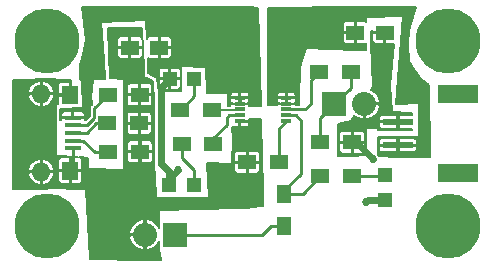
<source format=gtl>
G04 #@! TF.FileFunction,Copper,L1,Top,Signal*
%FSLAX46Y46*%
G04 Gerber Fmt 4.6, Leading zero omitted, Abs format (unit mm)*
G04 Created by KiCad (PCBNEW (2015-01-29 BZR 5396)-product) date 3/24/2015 8:40:59 PM*
%MOMM*%
G01*
G04 APERTURE LIST*
%ADD10C,0.100000*%
%ADD11R,1.500000X1.250000*%
%ADD12R,1.198880X1.198880*%
%ADD13R,2.032000X2.032000*%
%ADD14O,2.032000X2.032000*%
%ADD15R,2.600000X0.500000*%
%ADD16R,3.400000X1.500000*%
%ADD17R,1.500000X1.300000*%
%ADD18R,1.300000X1.500000*%
%ADD19R,0.950000X0.330000*%
%ADD20C,5.500000*%
%ADD21O,1.600000X1.600000*%
%ADD22R,1.350000X0.400000*%
%ADD23R,1.400000X1.600000*%
%ADD24C,0.686000*%
%ADD25C,0.152000*%
%ADD26C,0.254000*%
%ADD27C,0.610000*%
G04 APERTURE END LIST*
D10*
D11*
X90860000Y-76700000D03*
X88360000Y-76700000D03*
X107460000Y-75420000D03*
X109960000Y-75420000D03*
D12*
X91680980Y-88350000D03*
X93779020Y-88350000D03*
X91740980Y-79320000D03*
X93839020Y-79320000D03*
D13*
X92190000Y-92540000D03*
D14*
X89650000Y-92540000D03*
D15*
X111065000Y-84967500D03*
X111065000Y-82967500D03*
D16*
X116165000Y-87317500D03*
X116165000Y-80617500D03*
D17*
X104490000Y-87560000D03*
X107190000Y-87560000D03*
X95450000Y-84840000D03*
X92750000Y-84840000D03*
X95330000Y-81990000D03*
X92630000Y-81990000D03*
D18*
X101460000Y-91760000D03*
X101460000Y-89060000D03*
D17*
X101000000Y-86400000D03*
X98300000Y-86400000D03*
X89190000Y-80690000D03*
X86490000Y-80690000D03*
X89170000Y-83120000D03*
X86470000Y-83120000D03*
X89220000Y-85520000D03*
X86520000Y-85520000D03*
D19*
X97670000Y-80935000D03*
X97670000Y-81435000D03*
X97670000Y-81935000D03*
X97670000Y-82435000D03*
X97670000Y-82935000D03*
X101620000Y-82935000D03*
X101620000Y-82435000D03*
X101620000Y-81935000D03*
X101620000Y-81435000D03*
X101620000Y-80935000D03*
D12*
X109970000Y-89589020D03*
X109970000Y-87490980D03*
D20*
X115315000Y-76135000D03*
X115315000Y-91795000D03*
X81335000Y-76135000D03*
X81335000Y-91785000D03*
D17*
X104350000Y-78740000D03*
X107050000Y-78740000D03*
X104490000Y-84710000D03*
X107190000Y-84710000D03*
D13*
X105690000Y-81460000D03*
D14*
X108230000Y-81460000D03*
D21*
X80865000Y-87215000D03*
X80865000Y-80615000D03*
D22*
X83540000Y-85215000D03*
X83540000Y-84565000D03*
X83540000Y-83915000D03*
X83540000Y-83265000D03*
X83540000Y-82615000D03*
D23*
X83315000Y-80715000D03*
X83315000Y-87115000D03*
D24*
X107990000Y-83200000D03*
X110080000Y-81880000D03*
X109900000Y-80420000D03*
X110050000Y-78820000D03*
X109350000Y-77140000D03*
X89020000Y-79020000D03*
X87400000Y-78540000D03*
X97540000Y-84230000D03*
X99030000Y-84670000D03*
X96010000Y-89460000D03*
X92350000Y-89950000D03*
X89230000Y-89730000D03*
X87710000Y-91630000D03*
X87400000Y-94030000D03*
X85570000Y-93080000D03*
X85380000Y-90260000D03*
X87100000Y-89190000D03*
X89000000Y-87630000D03*
X86790000Y-87630000D03*
X85180000Y-88450000D03*
X79340000Y-88190000D03*
X79170000Y-81920000D03*
X81380000Y-82140000D03*
X81380000Y-84160000D03*
X79130000Y-84120000D03*
X78940000Y-86030000D03*
X81470000Y-85860000D03*
X108940000Y-86160000D03*
X99020000Y-88050000D03*
X113320000Y-84990000D03*
X113300000Y-82670000D03*
X113140000Y-80390000D03*
X111640000Y-80830000D03*
X111700000Y-78740000D03*
X111920000Y-73680000D03*
X107800000Y-73780000D03*
X105540000Y-74140000D03*
X103970000Y-74180000D03*
X102150000Y-75130000D03*
X100700000Y-74070000D03*
X100580000Y-77080000D03*
X100700000Y-79590000D03*
X102180000Y-79590000D03*
X102300000Y-77000000D03*
X103940000Y-76120000D03*
X105840000Y-76120000D03*
X84760000Y-79830000D03*
X85690000Y-78840000D03*
X85310000Y-76430000D03*
X84960000Y-74460000D03*
X86820000Y-73810000D03*
X88830000Y-73810000D03*
X91320000Y-73870000D03*
X93600000Y-75610000D03*
X93510000Y-73820000D03*
X95280000Y-73840000D03*
X95400000Y-75820000D03*
X97220000Y-77850000D03*
X97160000Y-75830000D03*
X96930000Y-73760000D03*
X98720000Y-73810000D03*
X98800000Y-75770000D03*
X98890000Y-77820000D03*
X98940000Y-79840000D03*
X97480000Y-79840000D03*
X95660000Y-79870000D03*
X95600000Y-77890000D03*
X93820000Y-77660000D03*
X92600000Y-76700000D03*
X92480000Y-87030000D03*
X108350000Y-89730000D03*
D25*
X109960000Y-75420000D02*
X109960000Y-76530000D01*
X108760000Y-83200000D02*
X107990000Y-83200000D01*
X110080000Y-81880000D02*
X108760000Y-83200000D01*
X109940000Y-80380000D02*
X109900000Y-80420000D01*
X109940000Y-78930000D02*
X109940000Y-80380000D01*
X110050000Y-78820000D02*
X109940000Y-78930000D01*
X109960000Y-76530000D02*
X109350000Y-77140000D01*
X88360000Y-76700000D02*
X88360000Y-77580000D01*
X88360000Y-77580000D02*
X87400000Y-78540000D01*
X98300000Y-86400000D02*
X98300000Y-85400000D01*
X97550000Y-84230000D02*
X97550000Y-84220000D01*
X97540000Y-84230000D02*
X97550000Y-84230000D01*
X98300000Y-85400000D02*
X99030000Y-84670000D01*
X95590000Y-89880000D02*
X96010000Y-89460000D01*
X92420000Y-89880000D02*
X95590000Y-89880000D01*
X92350000Y-89950000D02*
X92420000Y-89880000D01*
X89230000Y-90110000D02*
X89230000Y-89730000D01*
X87710000Y-91630000D02*
X89230000Y-90110000D01*
X86520000Y-94030000D02*
X87400000Y-94030000D01*
X85570000Y-93080000D02*
X86520000Y-94030000D01*
X86030000Y-90260000D02*
X85380000Y-90260000D01*
X87100000Y-89190000D02*
X86030000Y-90260000D01*
X86790000Y-87630000D02*
X89000000Y-87630000D01*
X79600000Y-88450000D02*
X85180000Y-88450000D01*
X79340000Y-88190000D02*
X79600000Y-88450000D01*
X79170000Y-81920000D02*
X79390000Y-82140000D01*
X79390000Y-82140000D02*
X81380000Y-82140000D01*
X81380000Y-84160000D02*
X81340000Y-84120000D01*
X81340000Y-84120000D02*
X79130000Y-84120000D01*
X78940000Y-86030000D02*
X79210000Y-85760000D01*
X79210000Y-85760000D02*
X81370000Y-85760000D01*
X81370000Y-85760000D02*
X81470000Y-85860000D01*
D26*
X83215000Y-80615000D02*
X83315000Y-80715000D01*
X83540000Y-85215000D02*
X83540000Y-86890000D01*
X83540000Y-86890000D02*
X83315000Y-87115000D01*
D27*
X107190000Y-84710000D02*
X107340000Y-84710000D01*
X99020000Y-88050000D02*
X99040000Y-88050000D01*
X107490000Y-84710000D02*
X108940000Y-86160000D01*
X107190000Y-84710000D02*
X107490000Y-84710000D01*
D26*
X93779020Y-87099020D02*
X92750000Y-86070000D01*
X92750000Y-86070000D02*
X92750000Y-84840000D01*
X93779020Y-88350000D02*
X93779020Y-87099020D01*
X92630000Y-81990000D02*
X92660000Y-81990000D01*
X92660000Y-81990000D02*
X93839020Y-80810980D01*
X93839020Y-80810980D02*
X93839020Y-79320000D01*
X99560000Y-92540000D02*
X100340000Y-91760000D01*
X100340000Y-91760000D02*
X101460000Y-91760000D01*
X92190000Y-92540000D02*
X99560000Y-92540000D01*
X102990000Y-89060000D02*
X104490000Y-87560000D01*
X101460000Y-89060000D02*
X102990000Y-89060000D01*
X102860000Y-87380000D02*
X102860000Y-82870000D01*
X102860000Y-82870000D02*
X102425000Y-82435000D01*
X102425000Y-82435000D02*
X101620000Y-82435000D01*
X101460000Y-88780000D02*
X102860000Y-87380000D01*
X101460000Y-89060000D02*
X101460000Y-88780000D01*
X109900980Y-87560000D02*
X109970000Y-87490980D01*
X107190000Y-87560000D02*
X109900980Y-87560000D01*
X95450000Y-84840000D02*
X95450000Y-84330000D01*
X95450000Y-84330000D02*
X96570000Y-83210000D01*
X96765000Y-82435000D02*
X97670000Y-82435000D01*
X96570000Y-82630000D02*
X96765000Y-82435000D01*
X96570000Y-83210000D02*
X96570000Y-82630000D01*
D25*
X95450000Y-84840000D02*
X95450000Y-84450000D01*
X95330000Y-81990000D02*
X97615000Y-81990000D01*
X97615000Y-81990000D02*
X97670000Y-81935000D01*
D26*
X101000000Y-83555000D02*
X101620000Y-82935000D01*
X101000000Y-86400000D02*
X101000000Y-83555000D01*
X84755000Y-83265000D02*
X85360000Y-82660000D01*
X85360000Y-82660000D02*
X85360000Y-81820000D01*
X85360000Y-81820000D02*
X86490000Y-80690000D01*
X83540000Y-83265000D02*
X84755000Y-83265000D01*
X83540000Y-83915000D02*
X84705000Y-83915000D01*
X85500000Y-83120000D02*
X86470000Y-83120000D01*
X84705000Y-83915000D02*
X85500000Y-83120000D01*
X83540000Y-84565000D02*
X84425000Y-84565000D01*
X85380000Y-85520000D02*
X86520000Y-85520000D01*
X84425000Y-84565000D02*
X85380000Y-85520000D01*
X101620000Y-81935000D02*
X103185000Y-81935000D01*
X103680000Y-79410000D02*
X104350000Y-78740000D01*
X103680000Y-81440000D02*
X103680000Y-79410000D01*
X103185000Y-81935000D02*
X103680000Y-81440000D01*
D25*
X107460000Y-75420000D02*
X106540000Y-75420000D01*
X113320000Y-82690000D02*
X113320000Y-84990000D01*
X113300000Y-82670000D02*
X113320000Y-82690000D01*
X112080000Y-80390000D02*
X113140000Y-80390000D01*
X111640000Y-80830000D02*
X112080000Y-80390000D01*
X111700000Y-73900000D02*
X111700000Y-78740000D01*
X111920000Y-73680000D02*
X111700000Y-73900000D01*
X105900000Y-73780000D02*
X107800000Y-73780000D01*
X105540000Y-74140000D02*
X105900000Y-73780000D01*
X103100000Y-74180000D02*
X103970000Y-74180000D01*
X102150000Y-75130000D02*
X103100000Y-74180000D01*
X100700000Y-76960000D02*
X100700000Y-74070000D01*
X100580000Y-77080000D02*
X100700000Y-76960000D01*
X102180000Y-79590000D02*
X100700000Y-79590000D01*
X103060000Y-77000000D02*
X102300000Y-77000000D01*
X103940000Y-76120000D02*
X103060000Y-77000000D01*
X106540000Y-75420000D02*
X105840000Y-76120000D01*
D26*
X101620000Y-81435000D02*
X101620000Y-80935000D01*
D25*
X90860000Y-76700000D02*
X92600000Y-76700000D01*
X84760000Y-79770000D02*
X84760000Y-79830000D01*
X85690000Y-78840000D02*
X84760000Y-79770000D01*
X85310000Y-74810000D02*
X85310000Y-76430000D01*
X84960000Y-74460000D02*
X85310000Y-74810000D01*
X88830000Y-73810000D02*
X86820000Y-73810000D01*
X91860000Y-73870000D02*
X91320000Y-73870000D01*
X93600000Y-75610000D02*
X91860000Y-73870000D01*
X95260000Y-73820000D02*
X93510000Y-73820000D01*
X95280000Y-73840000D02*
X95260000Y-73820000D01*
X95400000Y-76030000D02*
X95400000Y-75820000D01*
X97220000Y-77850000D02*
X95400000Y-76030000D01*
X97160000Y-73990000D02*
X97160000Y-75830000D01*
X96930000Y-73760000D02*
X97160000Y-73990000D01*
X98720000Y-75690000D02*
X98720000Y-73810000D01*
X98800000Y-75770000D02*
X98720000Y-75690000D01*
X98890000Y-79790000D02*
X98890000Y-77820000D01*
X98940000Y-79840000D02*
X98890000Y-79790000D01*
X95690000Y-79840000D02*
X97480000Y-79840000D01*
X95660000Y-79870000D02*
X95690000Y-79840000D01*
X94050000Y-77890000D02*
X95600000Y-77890000D01*
X93820000Y-77660000D02*
X94050000Y-77890000D01*
D27*
X91680980Y-88350000D02*
X91680980Y-87170980D01*
X91030000Y-80030980D02*
X91740980Y-79320000D01*
X91030000Y-86520000D02*
X91030000Y-80030980D01*
X91680980Y-87170980D02*
X91030000Y-86520000D01*
D26*
X91310000Y-87979020D02*
X91680980Y-88350000D01*
X97670000Y-80935000D02*
X97670000Y-81435000D01*
D27*
X108350000Y-89730000D02*
X108490980Y-89589020D01*
X108490980Y-89589020D02*
X109970000Y-89589020D01*
X91680980Y-87829020D02*
X92480000Y-87030000D01*
X91680980Y-88350000D02*
X91680980Y-87829020D01*
D26*
X104490000Y-84710000D02*
X104490000Y-82660000D01*
X104490000Y-82660000D02*
X105690000Y-81460000D01*
X107050000Y-78740000D02*
X107050000Y-80100000D01*
X107050000Y-80100000D02*
X105690000Y-81460000D01*
D25*
G36*
X99632567Y-90110819D02*
X99380000Y-90134114D01*
X99380000Y-87115641D01*
X99380000Y-86984359D01*
X99380000Y-86533500D01*
X99380000Y-86266500D01*
X99380000Y-85815641D01*
X99380000Y-85684359D01*
X99329760Y-85563070D01*
X99236930Y-85470239D01*
X99115641Y-85420000D01*
X98475000Y-85420000D01*
X98475000Y-83165641D01*
X98475000Y-83068500D01*
X98392500Y-82986000D01*
X97721000Y-82986000D01*
X97721000Y-83347500D01*
X97803500Y-83430000D01*
X98210641Y-83430000D01*
X98331930Y-83379761D01*
X98424760Y-83286930D01*
X98475000Y-83165641D01*
X98475000Y-85420000D01*
X98433500Y-85420000D01*
X98351000Y-85502500D01*
X98351000Y-86349000D01*
X99297500Y-86349000D01*
X99380000Y-86266500D01*
X99380000Y-86533500D01*
X99297500Y-86451000D01*
X98351000Y-86451000D01*
X98351000Y-87297500D01*
X98433500Y-87380000D01*
X99115641Y-87380000D01*
X99236930Y-87329761D01*
X99329760Y-87236930D01*
X99380000Y-87115641D01*
X99380000Y-90134114D01*
X98249000Y-90238429D01*
X98249000Y-87297500D01*
X98249000Y-86451000D01*
X98249000Y-86349000D01*
X98249000Y-85502500D01*
X98166500Y-85420000D01*
X97484359Y-85420000D01*
X97363070Y-85470239D01*
X97270240Y-85563070D01*
X97220000Y-85684359D01*
X97220000Y-85815641D01*
X97220000Y-86266500D01*
X97302500Y-86349000D01*
X98249000Y-86349000D01*
X98249000Y-86451000D01*
X97302500Y-86451000D01*
X97220000Y-86533500D01*
X97220000Y-86984359D01*
X97220000Y-87115641D01*
X97270240Y-87236930D01*
X97363070Y-87329761D01*
X97484359Y-87380000D01*
X98166500Y-87380000D01*
X98249000Y-87297500D01*
X98249000Y-90238429D01*
X97645544Y-90294088D01*
X90800087Y-90467275D01*
X90828304Y-91934592D01*
X90770186Y-91793735D01*
X90399334Y-91421864D01*
X90300000Y-91380558D01*
X90300000Y-86235641D01*
X90300000Y-86104359D01*
X90300000Y-85653500D01*
X90300000Y-85386500D01*
X90300000Y-84935641D01*
X90300000Y-84804359D01*
X90270000Y-84731933D01*
X90270000Y-81405641D01*
X90270000Y-81274359D01*
X90270000Y-80823500D01*
X90270000Y-80556500D01*
X90270000Y-80105641D01*
X90270000Y-79974359D01*
X90219760Y-79853070D01*
X90126930Y-79760239D01*
X90005641Y-79710000D01*
X89440000Y-79710000D01*
X89440000Y-77390641D01*
X89440000Y-77259359D01*
X89440000Y-76833500D01*
X89357500Y-76751000D01*
X88411000Y-76751000D01*
X88411000Y-77572500D01*
X88493500Y-77655000D01*
X89175641Y-77655000D01*
X89296930Y-77604761D01*
X89389760Y-77511930D01*
X89440000Y-77390641D01*
X89440000Y-79710000D01*
X89323500Y-79710000D01*
X89241000Y-79792500D01*
X89241000Y-80639000D01*
X90187500Y-80639000D01*
X90270000Y-80556500D01*
X90270000Y-80823500D01*
X90187500Y-80741000D01*
X89241000Y-80741000D01*
X89241000Y-81587500D01*
X89323500Y-81670000D01*
X90005641Y-81670000D01*
X90126930Y-81619761D01*
X90219760Y-81526930D01*
X90270000Y-81405641D01*
X90270000Y-84731933D01*
X90250000Y-84683649D01*
X90250000Y-83835641D01*
X90250000Y-83704359D01*
X90250000Y-83253500D01*
X90250000Y-82986500D01*
X90250000Y-82535641D01*
X90250000Y-82404359D01*
X90199760Y-82283070D01*
X90106930Y-82190239D01*
X89985641Y-82140000D01*
X89303500Y-82140000D01*
X89221000Y-82222500D01*
X89221000Y-83069000D01*
X90167500Y-83069000D01*
X90250000Y-82986500D01*
X90250000Y-83253500D01*
X90167500Y-83171000D01*
X89221000Y-83171000D01*
X89221000Y-84017500D01*
X89303500Y-84100000D01*
X89985641Y-84100000D01*
X90106930Y-84049761D01*
X90199760Y-83956930D01*
X90250000Y-83835641D01*
X90250000Y-84683649D01*
X90249760Y-84683070D01*
X90156930Y-84590239D01*
X90035641Y-84540000D01*
X89353500Y-84540000D01*
X89271000Y-84622500D01*
X89271000Y-85469000D01*
X90217500Y-85469000D01*
X90300000Y-85386500D01*
X90300000Y-85653500D01*
X90217500Y-85571000D01*
X89271000Y-85571000D01*
X89271000Y-86417500D01*
X89353500Y-86500000D01*
X90035641Y-86500000D01*
X90156930Y-86449761D01*
X90249760Y-86356930D01*
X90300000Y-86235641D01*
X90300000Y-91380558D01*
X89914402Y-91220219D01*
X89910782Y-91219505D01*
X89701000Y-91277530D01*
X89701000Y-92489000D01*
X89721000Y-92489000D01*
X89721000Y-92591000D01*
X89701000Y-92591000D01*
X89701000Y-93802470D01*
X89910782Y-93860495D01*
X89914402Y-93859781D01*
X90399334Y-93658136D01*
X90770186Y-93286265D01*
X90850552Y-93091486D01*
X90864107Y-93796296D01*
X90990947Y-94657000D01*
X90212296Y-94657000D01*
X89599000Y-94652053D01*
X89599000Y-93802470D01*
X89599000Y-92591000D01*
X89599000Y-92489000D01*
X89599000Y-91277530D01*
X89389218Y-91219505D01*
X89385598Y-91220219D01*
X89169000Y-91310285D01*
X89169000Y-86417500D01*
X89169000Y-85571000D01*
X89169000Y-85469000D01*
X89169000Y-84622500D01*
X89139000Y-84592500D01*
X89139000Y-81587500D01*
X89139000Y-80741000D01*
X89139000Y-80639000D01*
X89139000Y-79792500D01*
X89056500Y-79710000D01*
X88374359Y-79710000D01*
X88309000Y-79737072D01*
X88309000Y-77572500D01*
X88309000Y-76751000D01*
X88309000Y-76649000D01*
X88309000Y-75827500D01*
X88226500Y-75745000D01*
X87544359Y-75745000D01*
X87423070Y-75795239D01*
X87330240Y-75888070D01*
X87280000Y-76009359D01*
X87280000Y-76140641D01*
X87280000Y-76566500D01*
X87362500Y-76649000D01*
X88309000Y-76649000D01*
X88309000Y-76751000D01*
X87362500Y-76751000D01*
X87280000Y-76833500D01*
X87280000Y-77259359D01*
X87280000Y-77390641D01*
X87330240Y-77511930D01*
X87423070Y-77604761D01*
X87544359Y-77655000D01*
X88226500Y-77655000D01*
X88309000Y-77572500D01*
X88309000Y-79737072D01*
X88253070Y-79760239D01*
X88160240Y-79853070D01*
X88110000Y-79974359D01*
X88110000Y-80105641D01*
X88110000Y-80556500D01*
X88192500Y-80639000D01*
X89139000Y-80639000D01*
X89139000Y-80741000D01*
X88192500Y-80741000D01*
X88110000Y-80823500D01*
X88110000Y-81274359D01*
X88110000Y-81405641D01*
X88160240Y-81526930D01*
X88253070Y-81619761D01*
X88374359Y-81670000D01*
X89056500Y-81670000D01*
X89139000Y-81587500D01*
X89139000Y-84592500D01*
X89119000Y-84572500D01*
X89119000Y-84017500D01*
X89119000Y-83171000D01*
X89119000Y-83069000D01*
X89119000Y-82222500D01*
X89036500Y-82140000D01*
X88354359Y-82140000D01*
X88233070Y-82190239D01*
X88140240Y-82283070D01*
X88090000Y-82404359D01*
X88090000Y-82535641D01*
X88090000Y-82986500D01*
X88172500Y-83069000D01*
X89119000Y-83069000D01*
X89119000Y-83171000D01*
X88172500Y-83171000D01*
X88090000Y-83253500D01*
X88090000Y-83704359D01*
X88090000Y-83835641D01*
X88140240Y-83956930D01*
X88233070Y-84049761D01*
X88354359Y-84100000D01*
X89036500Y-84100000D01*
X89119000Y-84017500D01*
X89119000Y-84572500D01*
X89086500Y-84540000D01*
X88404359Y-84540000D01*
X88283070Y-84590239D01*
X88190240Y-84683070D01*
X88140000Y-84804359D01*
X88140000Y-84935641D01*
X88140000Y-85386500D01*
X88222500Y-85469000D01*
X89169000Y-85469000D01*
X89169000Y-85571000D01*
X88222500Y-85571000D01*
X88140000Y-85653500D01*
X88140000Y-86104359D01*
X88140000Y-86235641D01*
X88190240Y-86356930D01*
X88283070Y-86449761D01*
X88404359Y-86500000D01*
X89086500Y-86500000D01*
X89169000Y-86417500D01*
X89169000Y-91310285D01*
X88900666Y-91421864D01*
X88529814Y-91793735D01*
X88329500Y-92279218D01*
X88387462Y-92489000D01*
X89599000Y-92489000D01*
X89599000Y-92591000D01*
X88387462Y-92591000D01*
X88329500Y-92800782D01*
X88529814Y-93286265D01*
X88900666Y-93658136D01*
X89385598Y-93859781D01*
X89389218Y-93860495D01*
X89599000Y-93802470D01*
X89599000Y-94652053D01*
X84952535Y-94614582D01*
X84672595Y-88665852D01*
X84345000Y-88657379D01*
X84345000Y-87980641D01*
X84345000Y-87248500D01*
X84262500Y-87166000D01*
X83366000Y-87166000D01*
X83366000Y-88162500D01*
X83448500Y-88245000D01*
X83949359Y-88245000D01*
X84080641Y-88245000D01*
X84201930Y-88194760D01*
X84294761Y-88101930D01*
X84345000Y-87980641D01*
X84345000Y-88657379D01*
X83264000Y-88629422D01*
X83264000Y-88162500D01*
X83264000Y-87166000D01*
X83264000Y-87064000D01*
X83264000Y-86067500D01*
X83181500Y-85985000D01*
X82680641Y-85985000D01*
X82549359Y-85985000D01*
X82428070Y-86035240D01*
X82335239Y-86128070D01*
X82285000Y-86249359D01*
X82285000Y-86981500D01*
X82367500Y-87064000D01*
X83264000Y-87064000D01*
X83264000Y-87166000D01*
X82367500Y-87166000D01*
X82285000Y-87248500D01*
X82285000Y-87980641D01*
X82335239Y-88101930D01*
X82428070Y-88194760D01*
X82549359Y-88245000D01*
X82680641Y-88245000D01*
X83181500Y-88245000D01*
X83264000Y-88162500D01*
X83264000Y-88629422D01*
X82649860Y-88613540D01*
X81971978Y-88625338D01*
X81971978Y-87441964D01*
X81971978Y-86988036D01*
X81971978Y-80841964D01*
X81971978Y-80388036D01*
X81800859Y-79981690D01*
X81487264Y-79671760D01*
X81091963Y-79508027D01*
X80916000Y-79568742D01*
X80916000Y-80564000D01*
X81911354Y-80564000D01*
X81971978Y-80388036D01*
X81971978Y-80841964D01*
X81911354Y-80666000D01*
X80916000Y-80666000D01*
X80916000Y-81661258D01*
X81091963Y-81721973D01*
X81487264Y-81558240D01*
X81800859Y-81248310D01*
X81971978Y-80841964D01*
X81971978Y-86988036D01*
X81800859Y-86581690D01*
X81487264Y-86271760D01*
X81091963Y-86108027D01*
X80916000Y-86168742D01*
X80916000Y-87164000D01*
X81911354Y-87164000D01*
X81971978Y-86988036D01*
X81971978Y-87441964D01*
X81911354Y-87266000D01*
X80916000Y-87266000D01*
X80916000Y-88261258D01*
X81091963Y-88321973D01*
X81487264Y-88158240D01*
X81800859Y-87848310D01*
X81971978Y-87441964D01*
X81971978Y-88625338D01*
X80814000Y-88645492D01*
X80814000Y-88261258D01*
X80814000Y-87266000D01*
X80814000Y-87164000D01*
X80814000Y-86168742D01*
X80814000Y-81661258D01*
X80814000Y-80666000D01*
X80814000Y-80564000D01*
X80814000Y-79568742D01*
X80638037Y-79508027D01*
X80242736Y-79671760D01*
X79929141Y-79981690D01*
X79758022Y-80388036D01*
X79818646Y-80564000D01*
X80814000Y-80564000D01*
X80814000Y-80666000D01*
X79818646Y-80666000D01*
X79758022Y-80841964D01*
X79929141Y-81248310D01*
X80242736Y-81558240D01*
X80638037Y-81721973D01*
X80814000Y-81661258D01*
X80814000Y-86168742D01*
X80638037Y-86108027D01*
X80242736Y-86271760D01*
X79929141Y-86581690D01*
X79758022Y-86988036D01*
X79818646Y-87164000D01*
X80814000Y-87164000D01*
X80814000Y-87266000D01*
X79818646Y-87266000D01*
X79758022Y-87441964D01*
X79929141Y-87848310D01*
X80242736Y-88158240D01*
X80638037Y-88321973D01*
X80814000Y-88261258D01*
X80814000Y-88645492D01*
X78443000Y-88686760D01*
X78443000Y-80635972D01*
X78450526Y-79459423D01*
X82088760Y-79382626D01*
X82088628Y-79425427D01*
X83417598Y-79435456D01*
X83426008Y-79607491D01*
X83366000Y-79667500D01*
X83366000Y-80664000D01*
X83386000Y-80664000D01*
X83386000Y-80766000D01*
X83366000Y-80766000D01*
X83366000Y-80786000D01*
X83264000Y-80786000D01*
X83264000Y-80766000D01*
X83264000Y-80664000D01*
X83264000Y-79667500D01*
X83181500Y-79585000D01*
X82680641Y-79585000D01*
X82549359Y-79585000D01*
X82428070Y-79635240D01*
X82335239Y-79728070D01*
X82285000Y-79849359D01*
X82285000Y-80581500D01*
X82367500Y-80664000D01*
X83264000Y-80664000D01*
X83264000Y-80766000D01*
X82367500Y-80766000D01*
X82285000Y-80848500D01*
X82285000Y-81497372D01*
X82102274Y-81492287D01*
X82078609Y-85897052D01*
X83974426Y-85985000D01*
X83949359Y-85985000D01*
X83448500Y-85985000D01*
X83366000Y-86067500D01*
X83366000Y-87064000D01*
X84262500Y-87064000D01*
X84345000Y-86981500D01*
X84345000Y-86249359D01*
X84294761Y-86128070D01*
X84201930Y-86035240D01*
X84094036Y-85990548D01*
X84787761Y-86022731D01*
X84837831Y-86964051D01*
X87906627Y-87048128D01*
X87845474Y-79393848D01*
X86702870Y-79233483D01*
X86499729Y-75035219D01*
X89397029Y-75006721D01*
X89437141Y-76002458D01*
X89389760Y-75888070D01*
X89296930Y-75795239D01*
X89175641Y-75745000D01*
X88493500Y-75745000D01*
X88411000Y-75827500D01*
X88411000Y-76649000D01*
X89357500Y-76649000D01*
X89440000Y-76566500D01*
X89440000Y-76140641D01*
X89440000Y-76073409D01*
X89565880Y-79198187D01*
X90296704Y-79558593D01*
X90403767Y-81394773D01*
X90414009Y-86775008D01*
X90504130Y-87465932D01*
X90555971Y-89432877D01*
X95059421Y-89446236D01*
X94929479Y-86487542D01*
X97003542Y-86527428D01*
X97074015Y-84342746D01*
X97012405Y-83381556D01*
X97129359Y-83430000D01*
X97536500Y-83430000D01*
X97619000Y-83347500D01*
X97619000Y-82986000D01*
X97599000Y-82986000D01*
X97599000Y-82884000D01*
X97619000Y-82884000D01*
X97619000Y-82864000D01*
X97721000Y-82864000D01*
X97721000Y-82884000D01*
X98392500Y-82884000D01*
X98475000Y-82801500D01*
X98475000Y-82742050D01*
X99436260Y-82745719D01*
X99486234Y-84394404D01*
X99515517Y-84394857D01*
X99632567Y-90110819D01*
X99632567Y-90110819D01*
G37*
X99632567Y-90110819D02*
X99380000Y-90134114D01*
X99380000Y-87115641D01*
X99380000Y-86984359D01*
X99380000Y-86533500D01*
X99380000Y-86266500D01*
X99380000Y-85815641D01*
X99380000Y-85684359D01*
X99329760Y-85563070D01*
X99236930Y-85470239D01*
X99115641Y-85420000D01*
X98475000Y-85420000D01*
X98475000Y-83165641D01*
X98475000Y-83068500D01*
X98392500Y-82986000D01*
X97721000Y-82986000D01*
X97721000Y-83347500D01*
X97803500Y-83430000D01*
X98210641Y-83430000D01*
X98331930Y-83379761D01*
X98424760Y-83286930D01*
X98475000Y-83165641D01*
X98475000Y-85420000D01*
X98433500Y-85420000D01*
X98351000Y-85502500D01*
X98351000Y-86349000D01*
X99297500Y-86349000D01*
X99380000Y-86266500D01*
X99380000Y-86533500D01*
X99297500Y-86451000D01*
X98351000Y-86451000D01*
X98351000Y-87297500D01*
X98433500Y-87380000D01*
X99115641Y-87380000D01*
X99236930Y-87329761D01*
X99329760Y-87236930D01*
X99380000Y-87115641D01*
X99380000Y-90134114D01*
X98249000Y-90238429D01*
X98249000Y-87297500D01*
X98249000Y-86451000D01*
X98249000Y-86349000D01*
X98249000Y-85502500D01*
X98166500Y-85420000D01*
X97484359Y-85420000D01*
X97363070Y-85470239D01*
X97270240Y-85563070D01*
X97220000Y-85684359D01*
X97220000Y-85815641D01*
X97220000Y-86266500D01*
X97302500Y-86349000D01*
X98249000Y-86349000D01*
X98249000Y-86451000D01*
X97302500Y-86451000D01*
X97220000Y-86533500D01*
X97220000Y-86984359D01*
X97220000Y-87115641D01*
X97270240Y-87236930D01*
X97363070Y-87329761D01*
X97484359Y-87380000D01*
X98166500Y-87380000D01*
X98249000Y-87297500D01*
X98249000Y-90238429D01*
X97645544Y-90294088D01*
X90800087Y-90467275D01*
X90828304Y-91934592D01*
X90770186Y-91793735D01*
X90399334Y-91421864D01*
X90300000Y-91380558D01*
X90300000Y-86235641D01*
X90300000Y-86104359D01*
X90300000Y-85653500D01*
X90300000Y-85386500D01*
X90300000Y-84935641D01*
X90300000Y-84804359D01*
X90270000Y-84731933D01*
X90270000Y-81405641D01*
X90270000Y-81274359D01*
X90270000Y-80823500D01*
X90270000Y-80556500D01*
X90270000Y-80105641D01*
X90270000Y-79974359D01*
X90219760Y-79853070D01*
X90126930Y-79760239D01*
X90005641Y-79710000D01*
X89440000Y-79710000D01*
X89440000Y-77390641D01*
X89440000Y-77259359D01*
X89440000Y-76833500D01*
X89357500Y-76751000D01*
X88411000Y-76751000D01*
X88411000Y-77572500D01*
X88493500Y-77655000D01*
X89175641Y-77655000D01*
X89296930Y-77604761D01*
X89389760Y-77511930D01*
X89440000Y-77390641D01*
X89440000Y-79710000D01*
X89323500Y-79710000D01*
X89241000Y-79792500D01*
X89241000Y-80639000D01*
X90187500Y-80639000D01*
X90270000Y-80556500D01*
X90270000Y-80823500D01*
X90187500Y-80741000D01*
X89241000Y-80741000D01*
X89241000Y-81587500D01*
X89323500Y-81670000D01*
X90005641Y-81670000D01*
X90126930Y-81619761D01*
X90219760Y-81526930D01*
X90270000Y-81405641D01*
X90270000Y-84731933D01*
X90250000Y-84683649D01*
X90250000Y-83835641D01*
X90250000Y-83704359D01*
X90250000Y-83253500D01*
X90250000Y-82986500D01*
X90250000Y-82535641D01*
X90250000Y-82404359D01*
X90199760Y-82283070D01*
X90106930Y-82190239D01*
X89985641Y-82140000D01*
X89303500Y-82140000D01*
X89221000Y-82222500D01*
X89221000Y-83069000D01*
X90167500Y-83069000D01*
X90250000Y-82986500D01*
X90250000Y-83253500D01*
X90167500Y-83171000D01*
X89221000Y-83171000D01*
X89221000Y-84017500D01*
X89303500Y-84100000D01*
X89985641Y-84100000D01*
X90106930Y-84049761D01*
X90199760Y-83956930D01*
X90250000Y-83835641D01*
X90250000Y-84683649D01*
X90249760Y-84683070D01*
X90156930Y-84590239D01*
X90035641Y-84540000D01*
X89353500Y-84540000D01*
X89271000Y-84622500D01*
X89271000Y-85469000D01*
X90217500Y-85469000D01*
X90300000Y-85386500D01*
X90300000Y-85653500D01*
X90217500Y-85571000D01*
X89271000Y-85571000D01*
X89271000Y-86417500D01*
X89353500Y-86500000D01*
X90035641Y-86500000D01*
X90156930Y-86449761D01*
X90249760Y-86356930D01*
X90300000Y-86235641D01*
X90300000Y-91380558D01*
X89914402Y-91220219D01*
X89910782Y-91219505D01*
X89701000Y-91277530D01*
X89701000Y-92489000D01*
X89721000Y-92489000D01*
X89721000Y-92591000D01*
X89701000Y-92591000D01*
X89701000Y-93802470D01*
X89910782Y-93860495D01*
X89914402Y-93859781D01*
X90399334Y-93658136D01*
X90770186Y-93286265D01*
X90850552Y-93091486D01*
X90864107Y-93796296D01*
X90990947Y-94657000D01*
X90212296Y-94657000D01*
X89599000Y-94652053D01*
X89599000Y-93802470D01*
X89599000Y-92591000D01*
X89599000Y-92489000D01*
X89599000Y-91277530D01*
X89389218Y-91219505D01*
X89385598Y-91220219D01*
X89169000Y-91310285D01*
X89169000Y-86417500D01*
X89169000Y-85571000D01*
X89169000Y-85469000D01*
X89169000Y-84622500D01*
X89139000Y-84592500D01*
X89139000Y-81587500D01*
X89139000Y-80741000D01*
X89139000Y-80639000D01*
X89139000Y-79792500D01*
X89056500Y-79710000D01*
X88374359Y-79710000D01*
X88309000Y-79737072D01*
X88309000Y-77572500D01*
X88309000Y-76751000D01*
X88309000Y-76649000D01*
X88309000Y-75827500D01*
X88226500Y-75745000D01*
X87544359Y-75745000D01*
X87423070Y-75795239D01*
X87330240Y-75888070D01*
X87280000Y-76009359D01*
X87280000Y-76140641D01*
X87280000Y-76566500D01*
X87362500Y-76649000D01*
X88309000Y-76649000D01*
X88309000Y-76751000D01*
X87362500Y-76751000D01*
X87280000Y-76833500D01*
X87280000Y-77259359D01*
X87280000Y-77390641D01*
X87330240Y-77511930D01*
X87423070Y-77604761D01*
X87544359Y-77655000D01*
X88226500Y-77655000D01*
X88309000Y-77572500D01*
X88309000Y-79737072D01*
X88253070Y-79760239D01*
X88160240Y-79853070D01*
X88110000Y-79974359D01*
X88110000Y-80105641D01*
X88110000Y-80556500D01*
X88192500Y-80639000D01*
X89139000Y-80639000D01*
X89139000Y-80741000D01*
X88192500Y-80741000D01*
X88110000Y-80823500D01*
X88110000Y-81274359D01*
X88110000Y-81405641D01*
X88160240Y-81526930D01*
X88253070Y-81619761D01*
X88374359Y-81670000D01*
X89056500Y-81670000D01*
X89139000Y-81587500D01*
X89139000Y-84592500D01*
X89119000Y-84572500D01*
X89119000Y-84017500D01*
X89119000Y-83171000D01*
X89119000Y-83069000D01*
X89119000Y-82222500D01*
X89036500Y-82140000D01*
X88354359Y-82140000D01*
X88233070Y-82190239D01*
X88140240Y-82283070D01*
X88090000Y-82404359D01*
X88090000Y-82535641D01*
X88090000Y-82986500D01*
X88172500Y-83069000D01*
X89119000Y-83069000D01*
X89119000Y-83171000D01*
X88172500Y-83171000D01*
X88090000Y-83253500D01*
X88090000Y-83704359D01*
X88090000Y-83835641D01*
X88140240Y-83956930D01*
X88233070Y-84049761D01*
X88354359Y-84100000D01*
X89036500Y-84100000D01*
X89119000Y-84017500D01*
X89119000Y-84572500D01*
X89086500Y-84540000D01*
X88404359Y-84540000D01*
X88283070Y-84590239D01*
X88190240Y-84683070D01*
X88140000Y-84804359D01*
X88140000Y-84935641D01*
X88140000Y-85386500D01*
X88222500Y-85469000D01*
X89169000Y-85469000D01*
X89169000Y-85571000D01*
X88222500Y-85571000D01*
X88140000Y-85653500D01*
X88140000Y-86104359D01*
X88140000Y-86235641D01*
X88190240Y-86356930D01*
X88283070Y-86449761D01*
X88404359Y-86500000D01*
X89086500Y-86500000D01*
X89169000Y-86417500D01*
X89169000Y-91310285D01*
X88900666Y-91421864D01*
X88529814Y-91793735D01*
X88329500Y-92279218D01*
X88387462Y-92489000D01*
X89599000Y-92489000D01*
X89599000Y-92591000D01*
X88387462Y-92591000D01*
X88329500Y-92800782D01*
X88529814Y-93286265D01*
X88900666Y-93658136D01*
X89385598Y-93859781D01*
X89389218Y-93860495D01*
X89599000Y-93802470D01*
X89599000Y-94652053D01*
X84952535Y-94614582D01*
X84672595Y-88665852D01*
X84345000Y-88657379D01*
X84345000Y-87980641D01*
X84345000Y-87248500D01*
X84262500Y-87166000D01*
X83366000Y-87166000D01*
X83366000Y-88162500D01*
X83448500Y-88245000D01*
X83949359Y-88245000D01*
X84080641Y-88245000D01*
X84201930Y-88194760D01*
X84294761Y-88101930D01*
X84345000Y-87980641D01*
X84345000Y-88657379D01*
X83264000Y-88629422D01*
X83264000Y-88162500D01*
X83264000Y-87166000D01*
X83264000Y-87064000D01*
X83264000Y-86067500D01*
X83181500Y-85985000D01*
X82680641Y-85985000D01*
X82549359Y-85985000D01*
X82428070Y-86035240D01*
X82335239Y-86128070D01*
X82285000Y-86249359D01*
X82285000Y-86981500D01*
X82367500Y-87064000D01*
X83264000Y-87064000D01*
X83264000Y-87166000D01*
X82367500Y-87166000D01*
X82285000Y-87248500D01*
X82285000Y-87980641D01*
X82335239Y-88101930D01*
X82428070Y-88194760D01*
X82549359Y-88245000D01*
X82680641Y-88245000D01*
X83181500Y-88245000D01*
X83264000Y-88162500D01*
X83264000Y-88629422D01*
X82649860Y-88613540D01*
X81971978Y-88625338D01*
X81971978Y-87441964D01*
X81971978Y-86988036D01*
X81971978Y-80841964D01*
X81971978Y-80388036D01*
X81800859Y-79981690D01*
X81487264Y-79671760D01*
X81091963Y-79508027D01*
X80916000Y-79568742D01*
X80916000Y-80564000D01*
X81911354Y-80564000D01*
X81971978Y-80388036D01*
X81971978Y-80841964D01*
X81911354Y-80666000D01*
X80916000Y-80666000D01*
X80916000Y-81661258D01*
X81091963Y-81721973D01*
X81487264Y-81558240D01*
X81800859Y-81248310D01*
X81971978Y-80841964D01*
X81971978Y-86988036D01*
X81800859Y-86581690D01*
X81487264Y-86271760D01*
X81091963Y-86108027D01*
X80916000Y-86168742D01*
X80916000Y-87164000D01*
X81911354Y-87164000D01*
X81971978Y-86988036D01*
X81971978Y-87441964D01*
X81911354Y-87266000D01*
X80916000Y-87266000D01*
X80916000Y-88261258D01*
X81091963Y-88321973D01*
X81487264Y-88158240D01*
X81800859Y-87848310D01*
X81971978Y-87441964D01*
X81971978Y-88625338D01*
X80814000Y-88645492D01*
X80814000Y-88261258D01*
X80814000Y-87266000D01*
X80814000Y-87164000D01*
X80814000Y-86168742D01*
X80814000Y-81661258D01*
X80814000Y-80666000D01*
X80814000Y-80564000D01*
X80814000Y-79568742D01*
X80638037Y-79508027D01*
X80242736Y-79671760D01*
X79929141Y-79981690D01*
X79758022Y-80388036D01*
X79818646Y-80564000D01*
X80814000Y-80564000D01*
X80814000Y-80666000D01*
X79818646Y-80666000D01*
X79758022Y-80841964D01*
X79929141Y-81248310D01*
X80242736Y-81558240D01*
X80638037Y-81721973D01*
X80814000Y-81661258D01*
X80814000Y-86168742D01*
X80638037Y-86108027D01*
X80242736Y-86271760D01*
X79929141Y-86581690D01*
X79758022Y-86988036D01*
X79818646Y-87164000D01*
X80814000Y-87164000D01*
X80814000Y-87266000D01*
X79818646Y-87266000D01*
X79758022Y-87441964D01*
X79929141Y-87848310D01*
X80242736Y-88158240D01*
X80638037Y-88321973D01*
X80814000Y-88261258D01*
X80814000Y-88645492D01*
X78443000Y-88686760D01*
X78443000Y-80635972D01*
X78450526Y-79459423D01*
X82088760Y-79382626D01*
X82088628Y-79425427D01*
X83417598Y-79435456D01*
X83426008Y-79607491D01*
X83366000Y-79667500D01*
X83366000Y-80664000D01*
X83386000Y-80664000D01*
X83386000Y-80766000D01*
X83366000Y-80766000D01*
X83366000Y-80786000D01*
X83264000Y-80786000D01*
X83264000Y-80766000D01*
X83264000Y-80664000D01*
X83264000Y-79667500D01*
X83181500Y-79585000D01*
X82680641Y-79585000D01*
X82549359Y-79585000D01*
X82428070Y-79635240D01*
X82335239Y-79728070D01*
X82285000Y-79849359D01*
X82285000Y-80581500D01*
X82367500Y-80664000D01*
X83264000Y-80664000D01*
X83264000Y-80766000D01*
X82367500Y-80766000D01*
X82285000Y-80848500D01*
X82285000Y-81497372D01*
X82102274Y-81492287D01*
X82078609Y-85897052D01*
X83974426Y-85985000D01*
X83949359Y-85985000D01*
X83448500Y-85985000D01*
X83366000Y-86067500D01*
X83366000Y-87064000D01*
X84262500Y-87064000D01*
X84345000Y-86981500D01*
X84345000Y-86249359D01*
X84294761Y-86128070D01*
X84201930Y-86035240D01*
X84094036Y-85990548D01*
X84787761Y-86022731D01*
X84837831Y-86964051D01*
X87906627Y-87048128D01*
X87845474Y-79393848D01*
X86702870Y-79233483D01*
X86499729Y-75035219D01*
X89397029Y-75006721D01*
X89437141Y-76002458D01*
X89389760Y-75888070D01*
X89296930Y-75795239D01*
X89175641Y-75745000D01*
X88493500Y-75745000D01*
X88411000Y-75827500D01*
X88411000Y-76649000D01*
X89357500Y-76649000D01*
X89440000Y-76566500D01*
X89440000Y-76140641D01*
X89440000Y-76073409D01*
X89565880Y-79198187D01*
X90296704Y-79558593D01*
X90403767Y-81394773D01*
X90414009Y-86775008D01*
X90504130Y-87465932D01*
X90555971Y-89432877D01*
X95059421Y-89446236D01*
X94929479Y-86487542D01*
X97003542Y-86527428D01*
X97074015Y-84342746D01*
X97012405Y-83381556D01*
X97129359Y-83430000D01*
X97536500Y-83430000D01*
X97619000Y-83347500D01*
X97619000Y-82986000D01*
X97599000Y-82986000D01*
X97599000Y-82884000D01*
X97619000Y-82884000D01*
X97619000Y-82864000D01*
X97721000Y-82864000D01*
X97721000Y-82884000D01*
X98392500Y-82884000D01*
X98475000Y-82801500D01*
X98475000Y-82742050D01*
X99436260Y-82745719D01*
X99486234Y-84394404D01*
X99515517Y-84394857D01*
X99632567Y-90110819D01*
G36*
X99461675Y-81605774D02*
X98475000Y-81628369D01*
X98475000Y-81568500D01*
X98475000Y-81301500D01*
X98475000Y-81204359D01*
X98466981Y-81185000D01*
X98475000Y-81165641D01*
X98475000Y-81068500D01*
X98475000Y-80801500D01*
X98475000Y-80704359D01*
X98424760Y-80583070D01*
X98331930Y-80490239D01*
X98210641Y-80440000D01*
X97803500Y-80440000D01*
X97721000Y-80522500D01*
X97721000Y-80884000D01*
X98392500Y-80884000D01*
X98475000Y-80801500D01*
X98475000Y-81068500D01*
X98392500Y-80986000D01*
X98321696Y-80986000D01*
X98210641Y-80940000D01*
X97803500Y-80940000D01*
X97757500Y-80986000D01*
X97721000Y-80986000D01*
X97721000Y-81022500D01*
X97721000Y-81347500D01*
X97721000Y-81384000D01*
X97757500Y-81384000D01*
X97803500Y-81430000D01*
X98210641Y-81430000D01*
X98321696Y-81384000D01*
X98392500Y-81384000D01*
X98475000Y-81301500D01*
X98475000Y-81568500D01*
X98392500Y-81486000D01*
X97721000Y-81486000D01*
X97721000Y-81506000D01*
X97619000Y-81506000D01*
X97619000Y-81486000D01*
X97619000Y-81384000D01*
X97619000Y-81347500D01*
X97619000Y-81022500D01*
X97619000Y-80986000D01*
X97619000Y-80884000D01*
X97619000Y-80522500D01*
X97536500Y-80440000D01*
X97129359Y-80440000D01*
X97008070Y-80490239D01*
X96915240Y-80583070D01*
X96865000Y-80704359D01*
X96865000Y-80801500D01*
X96947500Y-80884000D01*
X97619000Y-80884000D01*
X97619000Y-80986000D01*
X97582500Y-80986000D01*
X97536500Y-80940000D01*
X97129359Y-80940000D01*
X97018303Y-80986000D01*
X96947500Y-80986000D01*
X96865000Y-81068500D01*
X96865000Y-81165641D01*
X96873018Y-81185000D01*
X96865000Y-81204359D01*
X96865000Y-81301500D01*
X96947500Y-81384000D01*
X97018303Y-81384000D01*
X97129359Y-81430000D01*
X97536500Y-81430000D01*
X97582500Y-81384000D01*
X97619000Y-81384000D01*
X97619000Y-81486000D01*
X96947500Y-81486000D01*
X96865000Y-81568500D01*
X96865000Y-81634000D01*
X96646707Y-81634000D01*
X96656703Y-80554432D01*
X94884294Y-80544419D01*
X94834349Y-78356803D01*
X92671664Y-78273622D01*
X92673918Y-80374000D01*
X92670420Y-80374000D01*
X92670420Y-79985081D01*
X92670420Y-79853799D01*
X92670420Y-79453500D01*
X92670420Y-79186500D01*
X92670420Y-78786201D01*
X92670420Y-78654919D01*
X92620180Y-78533630D01*
X92527350Y-78440799D01*
X92406061Y-78390560D01*
X91940000Y-78390560D01*
X91940000Y-77390641D01*
X91940000Y-77259359D01*
X91940000Y-76833500D01*
X91940000Y-76566500D01*
X91940000Y-76140641D01*
X91940000Y-76009359D01*
X91889760Y-75888070D01*
X91796930Y-75795239D01*
X91675641Y-75745000D01*
X90993500Y-75745000D01*
X90911000Y-75827500D01*
X90911000Y-76649000D01*
X91857500Y-76649000D01*
X91940000Y-76566500D01*
X91940000Y-76833500D01*
X91857500Y-76751000D01*
X90911000Y-76751000D01*
X90911000Y-77572500D01*
X90993500Y-77655000D01*
X91675641Y-77655000D01*
X91796930Y-77604761D01*
X91889760Y-77511930D01*
X91940000Y-77390641D01*
X91940000Y-78390560D01*
X91874480Y-78390560D01*
X91791980Y-78473060D01*
X91791980Y-79269000D01*
X92587920Y-79269000D01*
X92670420Y-79186500D01*
X92670420Y-79453500D01*
X92587920Y-79371000D01*
X91791980Y-79371000D01*
X91791980Y-80166940D01*
X91874480Y-80249440D01*
X92406061Y-80249440D01*
X92527350Y-80199201D01*
X92620180Y-80106370D01*
X92670420Y-79985081D01*
X92670420Y-80374000D01*
X91689980Y-80374000D01*
X91689980Y-80166940D01*
X91689980Y-79371000D01*
X91689980Y-79269000D01*
X91689980Y-78473060D01*
X91607480Y-78390560D01*
X91075899Y-78390560D01*
X90954610Y-78440799D01*
X90861780Y-78533630D01*
X90811540Y-78654919D01*
X90811540Y-78786201D01*
X90811540Y-79186500D01*
X90894040Y-79269000D01*
X91689980Y-79269000D01*
X91689980Y-79371000D01*
X90894040Y-79371000D01*
X90811540Y-79453500D01*
X90811540Y-79853799D01*
X90811540Y-79985081D01*
X90861780Y-80106370D01*
X90954610Y-80199201D01*
X91075899Y-80249440D01*
X91607480Y-80249440D01*
X91689980Y-80166940D01*
X91689980Y-80374000D01*
X91355430Y-80374000D01*
X90842449Y-80435912D01*
X90637077Y-79261442D01*
X89915129Y-78826533D01*
X89895964Y-77887484D01*
X89881077Y-77562767D01*
X89923070Y-77604761D01*
X90044359Y-77655000D01*
X90726500Y-77655000D01*
X90809000Y-77572500D01*
X90809000Y-76751000D01*
X90789000Y-76751000D01*
X90789000Y-76649000D01*
X90809000Y-76649000D01*
X90809000Y-75827500D01*
X90726500Y-75745000D01*
X90044359Y-75745000D01*
X89923070Y-75795239D01*
X89830240Y-75888070D01*
X89806885Y-75944452D01*
X89732379Y-74319275D01*
X85939030Y-74558965D01*
X86154141Y-77744646D01*
X86243555Y-79371412D01*
X86243969Y-79374712D01*
X85235200Y-79383090D01*
X85113569Y-80882236D01*
X85191945Y-81440664D01*
X85162146Y-81515807D01*
X85108977Y-81568977D01*
X85032023Y-81684147D01*
X85005000Y-81820000D01*
X85005000Y-81912090D01*
X84963007Y-82017986D01*
X84995712Y-82498651D01*
X84669285Y-82814000D01*
X84545000Y-82814000D01*
X84545000Y-82748500D01*
X84545000Y-82481500D01*
X84545000Y-82349359D01*
X84494761Y-82228070D01*
X84401930Y-82135240D01*
X84280641Y-82085000D01*
X84149359Y-82085000D01*
X83673500Y-82085000D01*
X83591000Y-82167500D01*
X83591000Y-82564000D01*
X84462500Y-82564000D01*
X84545000Y-82481500D01*
X84545000Y-82748500D01*
X84462500Y-82666000D01*
X83591000Y-82666000D01*
X83591000Y-82686000D01*
X83489000Y-82686000D01*
X83489000Y-82666000D01*
X83489000Y-82564000D01*
X83489000Y-82167500D01*
X83406500Y-82085000D01*
X82930641Y-82085000D01*
X82799359Y-82085000D01*
X82678070Y-82135240D01*
X82585239Y-82228070D01*
X82535000Y-82349359D01*
X82535000Y-82481500D01*
X82617500Y-82564000D01*
X83489000Y-82564000D01*
X83489000Y-82666000D01*
X82617500Y-82666000D01*
X82535000Y-82748500D01*
X82535000Y-82813999D01*
X82485768Y-82813996D01*
X82476717Y-81855595D01*
X84368535Y-81845586D01*
X84295571Y-79633668D01*
X84220081Y-79420222D01*
X84184253Y-79348564D01*
X84106000Y-78556256D01*
X84106000Y-78144954D01*
X84270944Y-77920856D01*
X84404190Y-77216690D01*
X84697364Y-76094545D01*
X84305658Y-73278000D01*
X97562945Y-73278000D01*
X97761305Y-73279676D01*
X97761234Y-73278575D01*
X97809494Y-73280083D01*
X98443313Y-73285439D01*
X98445232Y-73299950D01*
X99206238Y-73323732D01*
X99461675Y-81605774D01*
X99461675Y-81605774D01*
G37*
X99461675Y-81605774D02*
X98475000Y-81628369D01*
X98475000Y-81568500D01*
X98475000Y-81301500D01*
X98475000Y-81204359D01*
X98466981Y-81185000D01*
X98475000Y-81165641D01*
X98475000Y-81068500D01*
X98475000Y-80801500D01*
X98475000Y-80704359D01*
X98424760Y-80583070D01*
X98331930Y-80490239D01*
X98210641Y-80440000D01*
X97803500Y-80440000D01*
X97721000Y-80522500D01*
X97721000Y-80884000D01*
X98392500Y-80884000D01*
X98475000Y-80801500D01*
X98475000Y-81068500D01*
X98392500Y-80986000D01*
X98321696Y-80986000D01*
X98210641Y-80940000D01*
X97803500Y-80940000D01*
X97757500Y-80986000D01*
X97721000Y-80986000D01*
X97721000Y-81022500D01*
X97721000Y-81347500D01*
X97721000Y-81384000D01*
X97757500Y-81384000D01*
X97803500Y-81430000D01*
X98210641Y-81430000D01*
X98321696Y-81384000D01*
X98392500Y-81384000D01*
X98475000Y-81301500D01*
X98475000Y-81568500D01*
X98392500Y-81486000D01*
X97721000Y-81486000D01*
X97721000Y-81506000D01*
X97619000Y-81506000D01*
X97619000Y-81486000D01*
X97619000Y-81384000D01*
X97619000Y-81347500D01*
X97619000Y-81022500D01*
X97619000Y-80986000D01*
X97619000Y-80884000D01*
X97619000Y-80522500D01*
X97536500Y-80440000D01*
X97129359Y-80440000D01*
X97008070Y-80490239D01*
X96915240Y-80583070D01*
X96865000Y-80704359D01*
X96865000Y-80801500D01*
X96947500Y-80884000D01*
X97619000Y-80884000D01*
X97619000Y-80986000D01*
X97582500Y-80986000D01*
X97536500Y-80940000D01*
X97129359Y-80940000D01*
X97018303Y-80986000D01*
X96947500Y-80986000D01*
X96865000Y-81068500D01*
X96865000Y-81165641D01*
X96873018Y-81185000D01*
X96865000Y-81204359D01*
X96865000Y-81301500D01*
X96947500Y-81384000D01*
X97018303Y-81384000D01*
X97129359Y-81430000D01*
X97536500Y-81430000D01*
X97582500Y-81384000D01*
X97619000Y-81384000D01*
X97619000Y-81486000D01*
X96947500Y-81486000D01*
X96865000Y-81568500D01*
X96865000Y-81634000D01*
X96646707Y-81634000D01*
X96656703Y-80554432D01*
X94884294Y-80544419D01*
X94834349Y-78356803D01*
X92671664Y-78273622D01*
X92673918Y-80374000D01*
X92670420Y-80374000D01*
X92670420Y-79985081D01*
X92670420Y-79853799D01*
X92670420Y-79453500D01*
X92670420Y-79186500D01*
X92670420Y-78786201D01*
X92670420Y-78654919D01*
X92620180Y-78533630D01*
X92527350Y-78440799D01*
X92406061Y-78390560D01*
X91940000Y-78390560D01*
X91940000Y-77390641D01*
X91940000Y-77259359D01*
X91940000Y-76833500D01*
X91940000Y-76566500D01*
X91940000Y-76140641D01*
X91940000Y-76009359D01*
X91889760Y-75888070D01*
X91796930Y-75795239D01*
X91675641Y-75745000D01*
X90993500Y-75745000D01*
X90911000Y-75827500D01*
X90911000Y-76649000D01*
X91857500Y-76649000D01*
X91940000Y-76566500D01*
X91940000Y-76833500D01*
X91857500Y-76751000D01*
X90911000Y-76751000D01*
X90911000Y-77572500D01*
X90993500Y-77655000D01*
X91675641Y-77655000D01*
X91796930Y-77604761D01*
X91889760Y-77511930D01*
X91940000Y-77390641D01*
X91940000Y-78390560D01*
X91874480Y-78390560D01*
X91791980Y-78473060D01*
X91791980Y-79269000D01*
X92587920Y-79269000D01*
X92670420Y-79186500D01*
X92670420Y-79453500D01*
X92587920Y-79371000D01*
X91791980Y-79371000D01*
X91791980Y-80166940D01*
X91874480Y-80249440D01*
X92406061Y-80249440D01*
X92527350Y-80199201D01*
X92620180Y-80106370D01*
X92670420Y-79985081D01*
X92670420Y-80374000D01*
X91689980Y-80374000D01*
X91689980Y-80166940D01*
X91689980Y-79371000D01*
X91689980Y-79269000D01*
X91689980Y-78473060D01*
X91607480Y-78390560D01*
X91075899Y-78390560D01*
X90954610Y-78440799D01*
X90861780Y-78533630D01*
X90811540Y-78654919D01*
X90811540Y-78786201D01*
X90811540Y-79186500D01*
X90894040Y-79269000D01*
X91689980Y-79269000D01*
X91689980Y-79371000D01*
X90894040Y-79371000D01*
X90811540Y-79453500D01*
X90811540Y-79853799D01*
X90811540Y-79985081D01*
X90861780Y-80106370D01*
X90954610Y-80199201D01*
X91075899Y-80249440D01*
X91607480Y-80249440D01*
X91689980Y-80166940D01*
X91689980Y-80374000D01*
X91355430Y-80374000D01*
X90842449Y-80435912D01*
X90637077Y-79261442D01*
X89915129Y-78826533D01*
X89895964Y-77887484D01*
X89881077Y-77562767D01*
X89923070Y-77604761D01*
X90044359Y-77655000D01*
X90726500Y-77655000D01*
X90809000Y-77572500D01*
X90809000Y-76751000D01*
X90789000Y-76751000D01*
X90789000Y-76649000D01*
X90809000Y-76649000D01*
X90809000Y-75827500D01*
X90726500Y-75745000D01*
X90044359Y-75745000D01*
X89923070Y-75795239D01*
X89830240Y-75888070D01*
X89806885Y-75944452D01*
X89732379Y-74319275D01*
X85939030Y-74558965D01*
X86154141Y-77744646D01*
X86243555Y-79371412D01*
X86243969Y-79374712D01*
X85235200Y-79383090D01*
X85113569Y-80882236D01*
X85191945Y-81440664D01*
X85162146Y-81515807D01*
X85108977Y-81568977D01*
X85032023Y-81684147D01*
X85005000Y-81820000D01*
X85005000Y-81912090D01*
X84963007Y-82017986D01*
X84995712Y-82498651D01*
X84669285Y-82814000D01*
X84545000Y-82814000D01*
X84545000Y-82748500D01*
X84545000Y-82481500D01*
X84545000Y-82349359D01*
X84494761Y-82228070D01*
X84401930Y-82135240D01*
X84280641Y-82085000D01*
X84149359Y-82085000D01*
X83673500Y-82085000D01*
X83591000Y-82167500D01*
X83591000Y-82564000D01*
X84462500Y-82564000D01*
X84545000Y-82481500D01*
X84545000Y-82748500D01*
X84462500Y-82666000D01*
X83591000Y-82666000D01*
X83591000Y-82686000D01*
X83489000Y-82686000D01*
X83489000Y-82666000D01*
X83489000Y-82564000D01*
X83489000Y-82167500D01*
X83406500Y-82085000D01*
X82930641Y-82085000D01*
X82799359Y-82085000D01*
X82678070Y-82135240D01*
X82585239Y-82228070D01*
X82535000Y-82349359D01*
X82535000Y-82481500D01*
X82617500Y-82564000D01*
X83489000Y-82564000D01*
X83489000Y-82666000D01*
X82617500Y-82666000D01*
X82535000Y-82748500D01*
X82535000Y-82813999D01*
X82485768Y-82813996D01*
X82476717Y-81855595D01*
X84368535Y-81845586D01*
X84295571Y-79633668D01*
X84220081Y-79420222D01*
X84184253Y-79348564D01*
X84106000Y-78556256D01*
X84106000Y-78144954D01*
X84270944Y-77920856D01*
X84404190Y-77216690D01*
X84697364Y-76094545D01*
X84305658Y-73278000D01*
X97562945Y-73278000D01*
X97761305Y-73279676D01*
X97761234Y-73278575D01*
X97809494Y-73280083D01*
X98443313Y-73285439D01*
X98445232Y-73299950D01*
X99206238Y-73323732D01*
X99461675Y-81605774D01*
G36*
X113784523Y-85961564D02*
X112695000Y-85945146D01*
X112695000Y-85283141D01*
X112695000Y-85101000D01*
X112695000Y-84834000D01*
X112695000Y-84651859D01*
X112644761Y-84530570D01*
X112551930Y-84437740D01*
X112430641Y-84387500D01*
X112299359Y-84387500D01*
X111198500Y-84387500D01*
X111116000Y-84470000D01*
X111116000Y-84916500D01*
X112612500Y-84916500D01*
X112695000Y-84834000D01*
X112695000Y-85101000D01*
X112612500Y-85018500D01*
X111116000Y-85018500D01*
X111116000Y-85465000D01*
X111198500Y-85547500D01*
X112299359Y-85547500D01*
X112430641Y-85547500D01*
X112551930Y-85497260D01*
X112644761Y-85404430D01*
X112695000Y-85283141D01*
X112695000Y-85945146D01*
X111014000Y-85919817D01*
X111014000Y-85465000D01*
X111014000Y-85018500D01*
X111014000Y-84916500D01*
X111014000Y-84470000D01*
X110931500Y-84387500D01*
X109830641Y-84387500D01*
X109699359Y-84387500D01*
X109578070Y-84437740D01*
X109485239Y-84530570D01*
X109435000Y-84651859D01*
X109435000Y-84834000D01*
X109517500Y-84916500D01*
X111014000Y-84916500D01*
X111014000Y-85018500D01*
X109517500Y-85018500D01*
X109435000Y-85101000D01*
X109435000Y-85283141D01*
X109485239Y-85404430D01*
X109578070Y-85497260D01*
X109699359Y-85547500D01*
X109830641Y-85547500D01*
X110931500Y-85547500D01*
X111014000Y-85465000D01*
X111014000Y-85919817D01*
X109448837Y-85896233D01*
X109424353Y-85836977D01*
X109374976Y-85787514D01*
X109366431Y-84266439D01*
X112856330Y-84286439D01*
X112846000Y-81889836D01*
X112846000Y-81391575D01*
X110942053Y-81451385D01*
X111491900Y-74053439D01*
X108404000Y-74074517D01*
X108404000Y-74522309D01*
X108396930Y-74515239D01*
X108275641Y-74465000D01*
X107593500Y-74465000D01*
X107511000Y-74547500D01*
X107511000Y-75369000D01*
X107531000Y-75369000D01*
X107531000Y-75471000D01*
X107511000Y-75471000D01*
X107511000Y-76292500D01*
X107593500Y-76375000D01*
X108275641Y-76375000D01*
X108396930Y-76324761D01*
X108404000Y-76317690D01*
X108404000Y-76911003D01*
X107409000Y-76872505D01*
X107409000Y-76292500D01*
X107409000Y-75471000D01*
X107409000Y-75369000D01*
X107409000Y-74547500D01*
X107326500Y-74465000D01*
X106644359Y-74465000D01*
X106523070Y-74515239D01*
X106430240Y-74608070D01*
X106380000Y-74729359D01*
X106380000Y-74860641D01*
X106380000Y-75286500D01*
X106462500Y-75369000D01*
X107409000Y-75369000D01*
X107409000Y-75471000D01*
X106462500Y-75471000D01*
X106380000Y-75553500D01*
X106380000Y-75979359D01*
X106380000Y-76110641D01*
X106430240Y-76231930D01*
X106523070Y-76324761D01*
X106644359Y-76375000D01*
X107326500Y-76375000D01*
X107409000Y-76292500D01*
X107409000Y-76872505D01*
X103290364Y-76713150D01*
X102762656Y-78331923D01*
X102676396Y-81024000D01*
X102664395Y-81024000D01*
X102681502Y-81580000D01*
X102425000Y-81580000D01*
X102425000Y-81568500D01*
X102425000Y-81301500D01*
X102425000Y-81204359D01*
X102416981Y-81185000D01*
X102425000Y-81165641D01*
X102425000Y-81068500D01*
X102425000Y-80801500D01*
X102425000Y-80704359D01*
X102374760Y-80583070D01*
X102281930Y-80490239D01*
X102160641Y-80440000D01*
X101753500Y-80440000D01*
X101671000Y-80522500D01*
X101671000Y-80884000D01*
X102342500Y-80884000D01*
X102425000Y-80801500D01*
X102425000Y-81068500D01*
X102342500Y-80986000D01*
X102271696Y-80986000D01*
X102160641Y-80940000D01*
X101753500Y-80940000D01*
X101707500Y-80986000D01*
X101671000Y-80986000D01*
X101671000Y-81022500D01*
X101671000Y-81347500D01*
X101671000Y-81384000D01*
X101707500Y-81384000D01*
X101753500Y-81430000D01*
X102160641Y-81430000D01*
X102271696Y-81384000D01*
X102342500Y-81384000D01*
X102425000Y-81301500D01*
X102425000Y-81568500D01*
X102342500Y-81486000D01*
X101671000Y-81486000D01*
X101671000Y-81506000D01*
X101569000Y-81506000D01*
X101569000Y-81486000D01*
X101569000Y-81384000D01*
X101569000Y-81347500D01*
X101569000Y-81022500D01*
X101569000Y-80986000D01*
X101569000Y-80884000D01*
X101569000Y-80522500D01*
X101486500Y-80440000D01*
X101079359Y-80440000D01*
X100958070Y-80490239D01*
X100865240Y-80583070D01*
X100815000Y-80704359D01*
X100815000Y-80801500D01*
X100897500Y-80884000D01*
X101569000Y-80884000D01*
X101569000Y-80986000D01*
X101532500Y-80986000D01*
X101486500Y-80940000D01*
X101079359Y-80940000D01*
X100968303Y-80986000D01*
X100897500Y-80986000D01*
X100815000Y-81068500D01*
X100815000Y-81165641D01*
X100823018Y-81185000D01*
X100815000Y-81204359D01*
X100815000Y-81301500D01*
X100897500Y-81384000D01*
X100968303Y-81384000D01*
X101079359Y-81430000D01*
X101486500Y-81430000D01*
X101532500Y-81384000D01*
X101569000Y-81384000D01*
X101569000Y-81486000D01*
X100897500Y-81486000D01*
X100831793Y-81551706D01*
X100815000Y-81551339D01*
X100096000Y-81535641D01*
X100096000Y-81089951D01*
X100086096Y-73365106D01*
X107455247Y-73278000D01*
X112580871Y-73278000D01*
X112024871Y-75196203D01*
X111923865Y-76438578D01*
X111984930Y-77832906D01*
X112326355Y-78391601D01*
X113005054Y-79364065D01*
X113704509Y-79869227D01*
X113784523Y-85961564D01*
X113784523Y-85961564D01*
G37*
X113784523Y-85961564D02*
X112695000Y-85945146D01*
X112695000Y-85283141D01*
X112695000Y-85101000D01*
X112695000Y-84834000D01*
X112695000Y-84651859D01*
X112644761Y-84530570D01*
X112551930Y-84437740D01*
X112430641Y-84387500D01*
X112299359Y-84387500D01*
X111198500Y-84387500D01*
X111116000Y-84470000D01*
X111116000Y-84916500D01*
X112612500Y-84916500D01*
X112695000Y-84834000D01*
X112695000Y-85101000D01*
X112612500Y-85018500D01*
X111116000Y-85018500D01*
X111116000Y-85465000D01*
X111198500Y-85547500D01*
X112299359Y-85547500D01*
X112430641Y-85547500D01*
X112551930Y-85497260D01*
X112644761Y-85404430D01*
X112695000Y-85283141D01*
X112695000Y-85945146D01*
X111014000Y-85919817D01*
X111014000Y-85465000D01*
X111014000Y-85018500D01*
X111014000Y-84916500D01*
X111014000Y-84470000D01*
X110931500Y-84387500D01*
X109830641Y-84387500D01*
X109699359Y-84387500D01*
X109578070Y-84437740D01*
X109485239Y-84530570D01*
X109435000Y-84651859D01*
X109435000Y-84834000D01*
X109517500Y-84916500D01*
X111014000Y-84916500D01*
X111014000Y-85018500D01*
X109517500Y-85018500D01*
X109435000Y-85101000D01*
X109435000Y-85283141D01*
X109485239Y-85404430D01*
X109578070Y-85497260D01*
X109699359Y-85547500D01*
X109830641Y-85547500D01*
X110931500Y-85547500D01*
X111014000Y-85465000D01*
X111014000Y-85919817D01*
X109448837Y-85896233D01*
X109424353Y-85836977D01*
X109374976Y-85787514D01*
X109366431Y-84266439D01*
X112856330Y-84286439D01*
X112846000Y-81889836D01*
X112846000Y-81391575D01*
X110942053Y-81451385D01*
X111491900Y-74053439D01*
X108404000Y-74074517D01*
X108404000Y-74522309D01*
X108396930Y-74515239D01*
X108275641Y-74465000D01*
X107593500Y-74465000D01*
X107511000Y-74547500D01*
X107511000Y-75369000D01*
X107531000Y-75369000D01*
X107531000Y-75471000D01*
X107511000Y-75471000D01*
X107511000Y-76292500D01*
X107593500Y-76375000D01*
X108275641Y-76375000D01*
X108396930Y-76324761D01*
X108404000Y-76317690D01*
X108404000Y-76911003D01*
X107409000Y-76872505D01*
X107409000Y-76292500D01*
X107409000Y-75471000D01*
X107409000Y-75369000D01*
X107409000Y-74547500D01*
X107326500Y-74465000D01*
X106644359Y-74465000D01*
X106523070Y-74515239D01*
X106430240Y-74608070D01*
X106380000Y-74729359D01*
X106380000Y-74860641D01*
X106380000Y-75286500D01*
X106462500Y-75369000D01*
X107409000Y-75369000D01*
X107409000Y-75471000D01*
X106462500Y-75471000D01*
X106380000Y-75553500D01*
X106380000Y-75979359D01*
X106380000Y-76110641D01*
X106430240Y-76231930D01*
X106523070Y-76324761D01*
X106644359Y-76375000D01*
X107326500Y-76375000D01*
X107409000Y-76292500D01*
X107409000Y-76872505D01*
X103290364Y-76713150D01*
X102762656Y-78331923D01*
X102676396Y-81024000D01*
X102664395Y-81024000D01*
X102681502Y-81580000D01*
X102425000Y-81580000D01*
X102425000Y-81568500D01*
X102425000Y-81301500D01*
X102425000Y-81204359D01*
X102416981Y-81185000D01*
X102425000Y-81165641D01*
X102425000Y-81068500D01*
X102425000Y-80801500D01*
X102425000Y-80704359D01*
X102374760Y-80583070D01*
X102281930Y-80490239D01*
X102160641Y-80440000D01*
X101753500Y-80440000D01*
X101671000Y-80522500D01*
X101671000Y-80884000D01*
X102342500Y-80884000D01*
X102425000Y-80801500D01*
X102425000Y-81068500D01*
X102342500Y-80986000D01*
X102271696Y-80986000D01*
X102160641Y-80940000D01*
X101753500Y-80940000D01*
X101707500Y-80986000D01*
X101671000Y-80986000D01*
X101671000Y-81022500D01*
X101671000Y-81347500D01*
X101671000Y-81384000D01*
X101707500Y-81384000D01*
X101753500Y-81430000D01*
X102160641Y-81430000D01*
X102271696Y-81384000D01*
X102342500Y-81384000D01*
X102425000Y-81301500D01*
X102425000Y-81568500D01*
X102342500Y-81486000D01*
X101671000Y-81486000D01*
X101671000Y-81506000D01*
X101569000Y-81506000D01*
X101569000Y-81486000D01*
X101569000Y-81384000D01*
X101569000Y-81347500D01*
X101569000Y-81022500D01*
X101569000Y-80986000D01*
X101569000Y-80884000D01*
X101569000Y-80522500D01*
X101486500Y-80440000D01*
X101079359Y-80440000D01*
X100958070Y-80490239D01*
X100865240Y-80583070D01*
X100815000Y-80704359D01*
X100815000Y-80801500D01*
X100897500Y-80884000D01*
X101569000Y-80884000D01*
X101569000Y-80986000D01*
X101532500Y-80986000D01*
X101486500Y-80940000D01*
X101079359Y-80940000D01*
X100968303Y-80986000D01*
X100897500Y-80986000D01*
X100815000Y-81068500D01*
X100815000Y-81165641D01*
X100823018Y-81185000D01*
X100815000Y-81204359D01*
X100815000Y-81301500D01*
X100897500Y-81384000D01*
X100968303Y-81384000D01*
X101079359Y-81430000D01*
X101486500Y-81430000D01*
X101532500Y-81384000D01*
X101569000Y-81384000D01*
X101569000Y-81486000D01*
X100897500Y-81486000D01*
X100831793Y-81551706D01*
X100815000Y-81551339D01*
X100096000Y-81535641D01*
X100096000Y-81089951D01*
X100086096Y-73365106D01*
X107455247Y-73278000D01*
X112580871Y-73278000D01*
X112024871Y-75196203D01*
X111923865Y-76438578D01*
X111984930Y-77832906D01*
X112326355Y-78391601D01*
X113005054Y-79364065D01*
X113704509Y-79869227D01*
X113784523Y-85961564D01*
G36*
X112282107Y-83664755D02*
X111014000Y-83677106D01*
X111014000Y-83465000D01*
X111014000Y-83018500D01*
X111014000Y-82916500D01*
X111014000Y-82470000D01*
X110931500Y-82387500D01*
X109909000Y-82387500D01*
X109909000Y-76292500D01*
X109909000Y-75471000D01*
X108962500Y-75471000D01*
X108880000Y-75553500D01*
X108880000Y-75979359D01*
X108880000Y-76110641D01*
X108930240Y-76231930D01*
X109023070Y-76324761D01*
X109144359Y-76375000D01*
X109826500Y-76375000D01*
X109909000Y-76292500D01*
X109909000Y-82387500D01*
X109830641Y-82387500D01*
X109699359Y-82387500D01*
X109578070Y-82437740D01*
X109550500Y-82465309D01*
X109550500Y-81720782D01*
X109492538Y-81511000D01*
X108281000Y-81511000D01*
X108281000Y-82722470D01*
X108490782Y-82780495D01*
X108494402Y-82779781D01*
X108979334Y-82578136D01*
X109350186Y-82206265D01*
X109550500Y-81720782D01*
X109550500Y-82465309D01*
X109485239Y-82530570D01*
X109435000Y-82651859D01*
X109435000Y-82834000D01*
X109517500Y-82916500D01*
X111014000Y-82916500D01*
X111014000Y-83018500D01*
X109517500Y-83018500D01*
X109435000Y-83101000D01*
X109435000Y-83283141D01*
X109485239Y-83404430D01*
X109578070Y-83497260D01*
X109699359Y-83547500D01*
X109830641Y-83547500D01*
X110931500Y-83547500D01*
X111014000Y-83465000D01*
X111014000Y-83677106D01*
X109339922Y-83693413D01*
X109300434Y-83527170D01*
X108342285Y-83501926D01*
X108392401Y-85807277D01*
X108270000Y-85812557D01*
X108270000Y-85425641D01*
X108270000Y-85294359D01*
X108270000Y-84843500D01*
X108270000Y-84576500D01*
X108270000Y-84125641D01*
X108270000Y-83994359D01*
X108219760Y-83873070D01*
X108126930Y-83780239D01*
X108005641Y-83730000D01*
X107323500Y-83730000D01*
X107241000Y-83812500D01*
X107241000Y-84659000D01*
X108187500Y-84659000D01*
X108270000Y-84576500D01*
X108270000Y-84843500D01*
X108187500Y-84761000D01*
X107241000Y-84761000D01*
X107241000Y-85607500D01*
X107323500Y-85690000D01*
X108005641Y-85690000D01*
X108126930Y-85639761D01*
X108219760Y-85546930D01*
X108270000Y-85425641D01*
X108270000Y-85812557D01*
X107139000Y-85861345D01*
X107139000Y-85607500D01*
X107139000Y-84761000D01*
X107139000Y-84659000D01*
X107139000Y-83812500D01*
X107056500Y-83730000D01*
X106374359Y-83730000D01*
X106253070Y-83780239D01*
X106160240Y-83873070D01*
X106110000Y-83994359D01*
X106110000Y-84125641D01*
X106110000Y-84576500D01*
X106192500Y-84659000D01*
X107139000Y-84659000D01*
X107139000Y-84761000D01*
X106192500Y-84761000D01*
X106110000Y-84843500D01*
X106110000Y-85294359D01*
X106110000Y-85425641D01*
X106160240Y-85546930D01*
X106253070Y-85639761D01*
X106374359Y-85690000D01*
X107056500Y-85690000D01*
X107139000Y-85607500D01*
X107139000Y-85861345D01*
X105996834Y-85910615D01*
X106025381Y-83179604D01*
X107072059Y-82919962D01*
X107351603Y-82483778D01*
X107355108Y-82452233D01*
X107480666Y-82578136D01*
X107965598Y-82779781D01*
X107969218Y-82780495D01*
X108179000Y-82722470D01*
X108179000Y-81511000D01*
X108159000Y-81511000D01*
X108159000Y-81409000D01*
X108179000Y-81409000D01*
X108179000Y-81389000D01*
X108281000Y-81389000D01*
X108281000Y-81409000D01*
X109492538Y-81409000D01*
X109550500Y-81199218D01*
X109350186Y-80713735D01*
X108979334Y-80341864D01*
X108777981Y-80258137D01*
X108915818Y-80043064D01*
X108796015Y-76269252D01*
X108805979Y-75442184D01*
X108812552Y-75297584D01*
X108892816Y-75299316D01*
X108962500Y-75369000D01*
X109909000Y-75369000D01*
X109909000Y-75349000D01*
X110011000Y-75349000D01*
X110011000Y-75369000D01*
X110031000Y-75369000D01*
X110031000Y-75471000D01*
X110011000Y-75471000D01*
X110011000Y-76292500D01*
X110093500Y-76375000D01*
X110707087Y-76375000D01*
X110393800Y-79848802D01*
X110528029Y-82141022D01*
X112122042Y-82255624D01*
X112246357Y-82225814D01*
X112250374Y-82387500D01*
X111198500Y-82387500D01*
X111116000Y-82470000D01*
X111116000Y-82916500D01*
X111136000Y-82916500D01*
X111136000Y-83018500D01*
X111116000Y-83018500D01*
X111116000Y-83465000D01*
X111198500Y-83547500D01*
X112279193Y-83547500D01*
X112282107Y-83664755D01*
X112282107Y-83664755D01*
G37*
X112282107Y-83664755D02*
X111014000Y-83677106D01*
X111014000Y-83465000D01*
X111014000Y-83018500D01*
X111014000Y-82916500D01*
X111014000Y-82470000D01*
X110931500Y-82387500D01*
X109909000Y-82387500D01*
X109909000Y-76292500D01*
X109909000Y-75471000D01*
X108962500Y-75471000D01*
X108880000Y-75553500D01*
X108880000Y-75979359D01*
X108880000Y-76110641D01*
X108930240Y-76231930D01*
X109023070Y-76324761D01*
X109144359Y-76375000D01*
X109826500Y-76375000D01*
X109909000Y-76292500D01*
X109909000Y-82387500D01*
X109830641Y-82387500D01*
X109699359Y-82387500D01*
X109578070Y-82437740D01*
X109550500Y-82465309D01*
X109550500Y-81720782D01*
X109492538Y-81511000D01*
X108281000Y-81511000D01*
X108281000Y-82722470D01*
X108490782Y-82780495D01*
X108494402Y-82779781D01*
X108979334Y-82578136D01*
X109350186Y-82206265D01*
X109550500Y-81720782D01*
X109550500Y-82465309D01*
X109485239Y-82530570D01*
X109435000Y-82651859D01*
X109435000Y-82834000D01*
X109517500Y-82916500D01*
X111014000Y-82916500D01*
X111014000Y-83018500D01*
X109517500Y-83018500D01*
X109435000Y-83101000D01*
X109435000Y-83283141D01*
X109485239Y-83404430D01*
X109578070Y-83497260D01*
X109699359Y-83547500D01*
X109830641Y-83547500D01*
X110931500Y-83547500D01*
X111014000Y-83465000D01*
X111014000Y-83677106D01*
X109339922Y-83693413D01*
X109300434Y-83527170D01*
X108342285Y-83501926D01*
X108392401Y-85807277D01*
X108270000Y-85812557D01*
X108270000Y-85425641D01*
X108270000Y-85294359D01*
X108270000Y-84843500D01*
X108270000Y-84576500D01*
X108270000Y-84125641D01*
X108270000Y-83994359D01*
X108219760Y-83873070D01*
X108126930Y-83780239D01*
X108005641Y-83730000D01*
X107323500Y-83730000D01*
X107241000Y-83812500D01*
X107241000Y-84659000D01*
X108187500Y-84659000D01*
X108270000Y-84576500D01*
X108270000Y-84843500D01*
X108187500Y-84761000D01*
X107241000Y-84761000D01*
X107241000Y-85607500D01*
X107323500Y-85690000D01*
X108005641Y-85690000D01*
X108126930Y-85639761D01*
X108219760Y-85546930D01*
X108270000Y-85425641D01*
X108270000Y-85812557D01*
X107139000Y-85861345D01*
X107139000Y-85607500D01*
X107139000Y-84761000D01*
X107139000Y-84659000D01*
X107139000Y-83812500D01*
X107056500Y-83730000D01*
X106374359Y-83730000D01*
X106253070Y-83780239D01*
X106160240Y-83873070D01*
X106110000Y-83994359D01*
X106110000Y-84125641D01*
X106110000Y-84576500D01*
X106192500Y-84659000D01*
X107139000Y-84659000D01*
X107139000Y-84761000D01*
X106192500Y-84761000D01*
X106110000Y-84843500D01*
X106110000Y-85294359D01*
X106110000Y-85425641D01*
X106160240Y-85546930D01*
X106253070Y-85639761D01*
X106374359Y-85690000D01*
X107056500Y-85690000D01*
X107139000Y-85607500D01*
X107139000Y-85861345D01*
X105996834Y-85910615D01*
X106025381Y-83179604D01*
X107072059Y-82919962D01*
X107351603Y-82483778D01*
X107355108Y-82452233D01*
X107480666Y-82578136D01*
X107965598Y-82779781D01*
X107969218Y-82780495D01*
X108179000Y-82722470D01*
X108179000Y-81511000D01*
X108159000Y-81511000D01*
X108159000Y-81409000D01*
X108179000Y-81409000D01*
X108179000Y-81389000D01*
X108281000Y-81389000D01*
X108281000Y-81409000D01*
X109492538Y-81409000D01*
X109550500Y-81199218D01*
X109350186Y-80713735D01*
X108979334Y-80341864D01*
X108777981Y-80258137D01*
X108915818Y-80043064D01*
X108796015Y-76269252D01*
X108805979Y-75442184D01*
X108812552Y-75297584D01*
X108892816Y-75299316D01*
X108962500Y-75369000D01*
X109909000Y-75369000D01*
X109909000Y-75349000D01*
X110011000Y-75349000D01*
X110011000Y-75369000D01*
X110031000Y-75369000D01*
X110031000Y-75471000D01*
X110011000Y-75471000D01*
X110011000Y-76292500D01*
X110093500Y-76375000D01*
X110707087Y-76375000D01*
X110393800Y-79848802D01*
X110528029Y-82141022D01*
X112122042Y-82255624D01*
X112246357Y-82225814D01*
X112250374Y-82387500D01*
X111198500Y-82387500D01*
X111116000Y-82470000D01*
X111116000Y-82916500D01*
X111136000Y-82916500D01*
X111136000Y-83018500D01*
X111116000Y-83018500D01*
X111116000Y-83465000D01*
X111198500Y-83547500D01*
X112279193Y-83547500D01*
X112282107Y-83664755D01*
M02*

</source>
